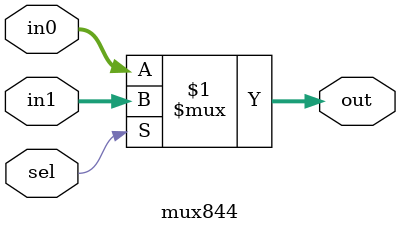
<source format=v>
module mux844(in0,in1,sel,out);
input sel;
input [127:0]in0;
input [127:0]in1;
output [127:0] out;

assign out = sel?(in1):(in0);

endmodule

</source>
